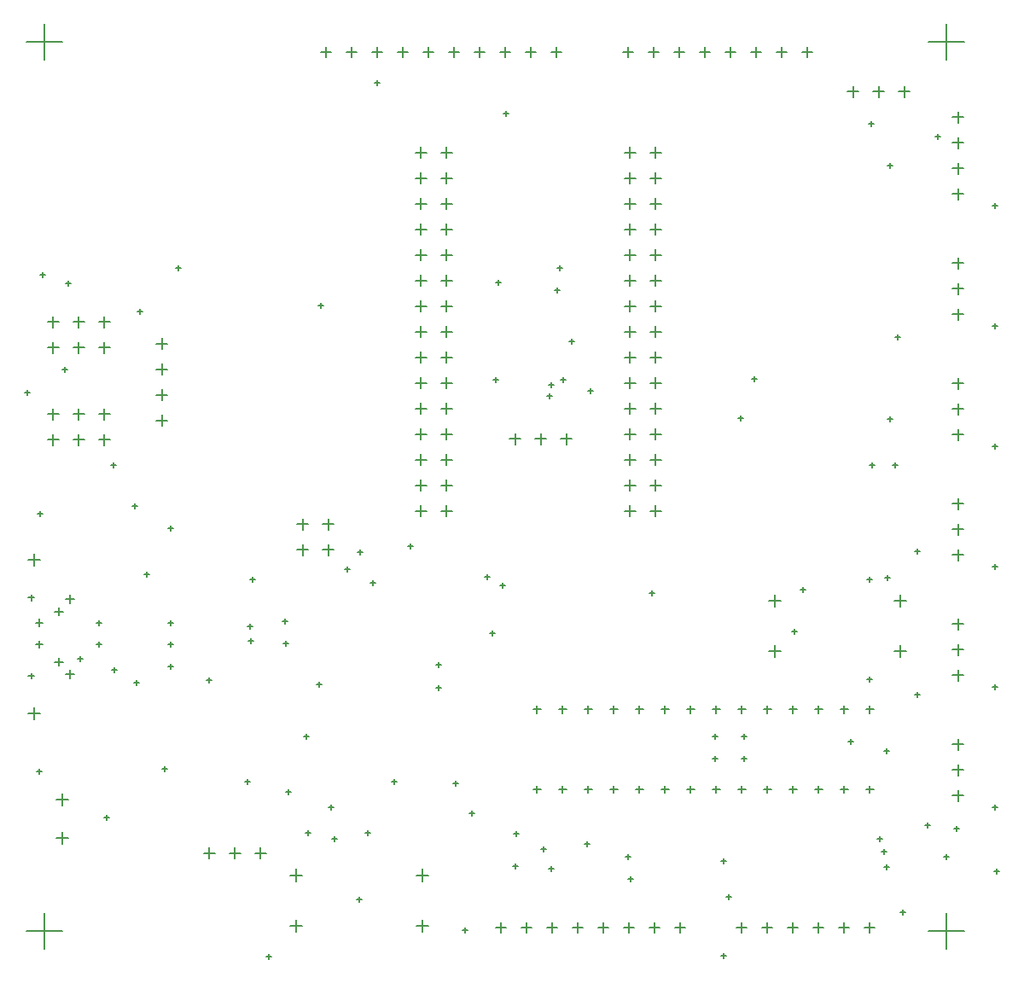
<source format=gbr>
%TF.GenerationSoftware,Altium Limited,Altium Designer,24.3.1 (35)*%
G04 Layer_Color=128*
%FSLAX45Y45*%
%MOMM*%
%TF.SameCoordinates,7E0553B6-A888-4128-BDB4-EB5F29F5F182*%
%TF.FilePolarity,Positive*%
%TF.FileFunction,Drillmap*%
%TF.Part,Single*%
G01*
G75*
%TA.AperFunction,NonConductor*%
%ADD62C,0.12700*%
D62*
X5431400Y6959600D02*
X5541400D01*
X5486400Y6904600D02*
Y7014600D01*
X5685400Y6959600D02*
X5795400D01*
X5740400Y6904600D02*
Y7014600D01*
X5431400Y6705600D02*
X5541400D01*
X5486400Y6650600D02*
Y6760600D01*
X5685400Y6705600D02*
X5795400D01*
X5740400Y6650600D02*
Y6760600D01*
X8675727Y10646512D02*
X8785727D01*
X8730727Y10591512D02*
Y10701512D01*
X8929727Y10646512D02*
X9039727D01*
X8984727Y10591512D02*
Y10701512D01*
X8675727Y10392512D02*
X8785727D01*
X8730727Y10337512D02*
Y10447512D01*
X8929727Y10392512D02*
X9039727D01*
X8984727Y10337512D02*
Y10447512D01*
X8675727Y10138512D02*
X8785727D01*
X8730727Y10083512D02*
Y10193512D01*
X8929727Y10138512D02*
X9039727D01*
X8984727Y10083512D02*
Y10193512D01*
X8675727Y9884512D02*
X8785727D01*
X8730727Y9829512D02*
Y9939512D01*
X8929727Y9884512D02*
X9039727D01*
X8984727Y9829512D02*
Y9939512D01*
X8929727Y9630512D02*
X9039727D01*
X8984727Y9575512D02*
Y9685512D01*
X8675727Y9376512D02*
X8785727D01*
X8730727Y9321512D02*
Y9431512D01*
X8929727Y9376512D02*
X9039727D01*
X8984727Y9321512D02*
Y9431512D01*
X8675727Y9122512D02*
X8785727D01*
X8730727Y9067512D02*
Y9177512D01*
X8929727Y9122512D02*
X9039727D01*
X8984727Y9067512D02*
Y9177512D01*
X8675727Y8868512D02*
X8785727D01*
X8730727Y8813512D02*
Y8923512D01*
X8929727Y8868512D02*
X9039727D01*
X8984727Y8813512D02*
Y8923512D01*
X8675727Y8614512D02*
X8785727D01*
X8730727Y8559512D02*
Y8669512D01*
X8929727Y8614512D02*
X9039727D01*
X8984727Y8559512D02*
Y8669512D01*
X8675727Y8360512D02*
X8785727D01*
X8730727Y8305512D02*
Y8415512D01*
X8929727Y8360512D02*
X9039727D01*
X8984727Y8305512D02*
Y8415512D01*
X8675727Y8106512D02*
X8785727D01*
X8730727Y8051512D02*
Y8161512D01*
X8929727Y8106512D02*
X9039727D01*
X8984727Y8051512D02*
Y8161512D01*
X8675727Y7852512D02*
X8785727D01*
X8730727Y7797512D02*
Y7907512D01*
X8929727Y7852512D02*
X9039727D01*
X8984727Y7797512D02*
Y7907512D01*
X8675727Y7598512D02*
X8785727D01*
X8730727Y7543512D02*
Y7653512D01*
X8929727Y7598512D02*
X9039727D01*
X8984727Y7543512D02*
Y7653512D01*
X8675727Y7344512D02*
X8785727D01*
X8730727Y7289512D02*
Y7399512D01*
X8929727Y7344512D02*
X9039727D01*
X8984727Y7289512D02*
Y7399512D01*
X8675727Y7090512D02*
X8785727D01*
X8730727Y7035512D02*
Y7145512D01*
X8929727Y7090512D02*
X9039727D01*
X8984727Y7035512D02*
Y7145512D01*
X8675727Y9630512D02*
X8785727D01*
X8730727Y9575512D02*
Y9685512D01*
X6601727Y10646512D02*
X6711727D01*
X6656727Y10591512D02*
Y10701512D01*
X6855727Y10646512D02*
X6965727D01*
X6910727Y10591512D02*
Y10701512D01*
X6601727Y10392512D02*
X6711727D01*
X6656727Y10337512D02*
Y10447512D01*
X6855727Y10392512D02*
X6965727D01*
X6910727Y10337512D02*
Y10447512D01*
X6601727Y10138512D02*
X6711727D01*
X6656727Y10083512D02*
Y10193512D01*
X6855727Y10138512D02*
X6965727D01*
X6910727Y10083512D02*
Y10193512D01*
X6601727Y9884512D02*
X6711727D01*
X6656727Y9829512D02*
Y9939512D01*
X6855727Y9884512D02*
X6965727D01*
X6910727Y9829512D02*
Y9939512D01*
X6855727Y9630512D02*
X6965727D01*
X6910727Y9575512D02*
Y9685512D01*
X6601727Y9376512D02*
X6711727D01*
X6656727Y9321512D02*
Y9431512D01*
X6855727Y9376512D02*
X6965727D01*
X6910727Y9321512D02*
Y9431512D01*
X6601727Y9122512D02*
X6711727D01*
X6656727Y9067512D02*
Y9177512D01*
X6855727Y9122512D02*
X6965727D01*
X6910727Y9067512D02*
Y9177512D01*
X6601727Y8868512D02*
X6711727D01*
X6656727Y8813512D02*
Y8923512D01*
X6855727Y8868512D02*
X6965727D01*
X6910727Y8813512D02*
Y8923512D01*
X6601727Y8614512D02*
X6711727D01*
X6656727Y8559512D02*
Y8669512D01*
X6855727Y8614512D02*
X6965727D01*
X6910727Y8559512D02*
Y8669512D01*
X6601727Y8360512D02*
X6711727D01*
X6656727Y8305512D02*
Y8415512D01*
X6855727Y8360512D02*
X6965727D01*
X6910727Y8305512D02*
Y8415512D01*
X6601727Y8106512D02*
X6711727D01*
X6656727Y8051512D02*
Y8161512D01*
X6855727Y8106512D02*
X6965727D01*
X6910727Y8051512D02*
Y8161512D01*
X6601727Y7852512D02*
X6711727D01*
X6656727Y7797512D02*
Y7907512D01*
X6855727Y7852512D02*
X6965727D01*
X6910727Y7797512D02*
Y7907512D01*
X6601727Y7598512D02*
X6711727D01*
X6656727Y7543512D02*
Y7653512D01*
X6855727Y7598512D02*
X6965727D01*
X6910727Y7543512D02*
Y7653512D01*
X6601727Y7344512D02*
X6711727D01*
X6656727Y7289512D02*
Y7399512D01*
X6855727Y7344512D02*
X6965727D01*
X6910727Y7289512D02*
Y7399512D01*
X6601727Y7090512D02*
X6711727D01*
X6656727Y7035512D02*
Y7145512D01*
X6855727Y7090512D02*
X6965727D01*
X6910727Y7035512D02*
Y7145512D01*
X6601727Y9630512D02*
X6711727D01*
X6656727Y9575512D02*
Y9685512D01*
X4504300Y3695700D02*
X4614300D01*
X4559300Y3640700D02*
Y3750700D01*
X4758300Y3695700D02*
X4868300D01*
X4813300Y3640700D02*
Y3750700D01*
X5012300Y3695700D02*
X5122300D01*
X5067300Y3640700D02*
Y3750700D01*
X7539600Y7805400D02*
X7649600D01*
X7594600Y7750400D02*
Y7860400D01*
X7793600Y7805400D02*
X7903600D01*
X7848600Y7750400D02*
Y7860400D01*
X8047600Y7805400D02*
X8157600D01*
X8102600Y7750400D02*
Y7860400D01*
X10892400Y11252200D02*
X11002400D01*
X10947400Y11197200D02*
Y11307200D01*
X11146400Y11252200D02*
X11256400D01*
X11201400Y11197200D02*
Y11307200D01*
X11400400Y11252200D02*
X11510400D01*
X11455400Y11197200D02*
Y11307200D01*
X10107300Y6197600D02*
X10227300D01*
X10167300Y6137600D02*
Y6257600D01*
X11357300Y6197600D02*
X11477300D01*
X11417300Y6137600D02*
Y6257600D01*
X10107300Y5697600D02*
X10227300D01*
X10167300Y5637600D02*
Y5757600D01*
X11357300Y5697600D02*
X11477300D01*
X11417300Y5637600D02*
Y5757600D01*
X11933800Y4267200D02*
X12043800D01*
X11988800Y4212200D02*
Y4322200D01*
X11933800Y4521200D02*
X12043800D01*
X11988800Y4466200D02*
Y4576200D01*
X11933800Y4775200D02*
X12043800D01*
X11988800Y4720200D02*
Y4830200D01*
X11933800Y5461000D02*
X12043800D01*
X11988800Y5406000D02*
Y5516000D01*
X11933800Y5715000D02*
X12043800D01*
X11988800Y5660000D02*
Y5770000D01*
X11933800Y5969000D02*
X12043800D01*
X11988800Y5914000D02*
Y6024000D01*
X11933800Y6654800D02*
X12043800D01*
X11988800Y6599800D02*
Y6709800D01*
X11933800Y6908800D02*
X12043800D01*
X11988800Y6853800D02*
Y6963800D01*
X11933800Y7162800D02*
X12043800D01*
X11988800Y7107800D02*
Y7217800D01*
X11933800Y7848600D02*
X12043800D01*
X11988800Y7793600D02*
Y7903600D01*
X11933800Y8102600D02*
X12043800D01*
X11988800Y8047600D02*
Y8157600D01*
X11933800Y8356600D02*
X12043800D01*
X11988800Y8301600D02*
Y8411600D01*
X11933800Y9042400D02*
X12043800D01*
X11988800Y8987400D02*
Y9097400D01*
X11933800Y9296400D02*
X12043800D01*
X11988800Y9241400D02*
Y9351400D01*
X11933800Y9550400D02*
X12043800D01*
X11988800Y9495400D02*
Y9605400D01*
X11933800Y10998200D02*
X12043800D01*
X11988800Y10943200D02*
Y11053200D01*
X11933800Y10744200D02*
X12043800D01*
X11988800Y10689200D02*
Y10799200D01*
X11933800Y10236200D02*
X12043800D01*
X11988800Y10181200D02*
Y10291200D01*
X11933800Y10490200D02*
X12043800D01*
X11988800Y10435200D02*
Y10545200D01*
X2762250Y6604000D02*
X2876550D01*
X2819400Y6546850D02*
Y6661150D01*
X3038800Y3848100D02*
X3158800D01*
X3098800Y3788100D02*
Y3908100D01*
X3038800Y4229100D02*
X3158800D01*
X3098800Y4169100D02*
Y4289100D01*
X6610200Y2975800D02*
X6730200D01*
X6670200Y2915800D02*
Y3035800D01*
X5360200Y2975800D02*
X5480200D01*
X5420200Y2915800D02*
Y3035800D01*
X6610200Y3475800D02*
X6730200D01*
X6670200Y3415800D02*
Y3535800D01*
X5360200Y3475800D02*
X5480200D01*
X5420200Y3415800D02*
Y3535800D01*
X11061500Y2959100D02*
X11163500D01*
X11112500Y2908100D02*
Y3010100D01*
X10807500Y2959100D02*
X10909500D01*
X10858500Y2908100D02*
Y3010100D01*
X10553500Y2959100D02*
X10655500D01*
X10604500Y2908100D02*
Y3010100D01*
X10045500Y2959100D02*
X10147500D01*
X10096500Y2908100D02*
Y3010100D01*
X9791500Y2959100D02*
X9893500D01*
X9842500Y2908100D02*
Y3010100D01*
X10299500Y2959100D02*
X10401500D01*
X10350500Y2908100D02*
Y3010100D01*
X8673900Y2959100D02*
X8775900D01*
X8724900Y2908100D02*
Y3010100D01*
X8419900Y2959100D02*
X8521900D01*
X8470900Y2908100D02*
Y3010100D01*
X8165900Y2959100D02*
X8267900D01*
X8216900Y2908100D02*
Y3010100D01*
X7657900Y2959100D02*
X7759900D01*
X7708900Y2908100D02*
Y3010100D01*
X7403900Y2959100D02*
X7505900D01*
X7454900Y2908100D02*
Y3010100D01*
X7911900Y2959100D02*
X8013900D01*
X7962900Y2908100D02*
Y3010100D01*
X8927900Y2959100D02*
X9029900D01*
X8978900Y2908100D02*
Y3010100D01*
X9181900Y2959100D02*
X9283900D01*
X9232900Y2908100D02*
Y3010100D01*
X2954900Y7797800D02*
X3064900D01*
X3009900Y7742800D02*
Y7852800D01*
X2954900Y8051800D02*
X3064900D01*
X3009900Y7996800D02*
Y8106800D01*
X3208900Y7797800D02*
X3318900D01*
X3263900Y7742800D02*
Y7852800D01*
X3208900Y8051800D02*
X3318900D01*
X3263900Y7996800D02*
Y8106800D01*
X3462900Y7797800D02*
X3572900D01*
X3517900Y7742800D02*
Y7852800D01*
X3462900Y8051800D02*
X3572900D01*
X3517900Y7996800D02*
Y8106800D01*
X2954900Y8712200D02*
X3064900D01*
X3009900Y8657200D02*
Y8767200D01*
X2954900Y8966200D02*
X3064900D01*
X3009900Y8911200D02*
Y9021200D01*
X3208900Y8712200D02*
X3318900D01*
X3263900Y8657200D02*
Y8767200D01*
X3208900Y8966200D02*
X3318900D01*
X3263900Y8911200D02*
Y9021200D01*
X3462900Y8712200D02*
X3572900D01*
X3517900Y8657200D02*
Y8767200D01*
X3462900Y8966200D02*
X3572900D01*
X3517900Y8911200D02*
Y9021200D01*
X9169000Y11645900D02*
X9271000D01*
X9220000Y11594900D02*
Y11696900D01*
X9423000Y11645900D02*
X9525000D01*
X9474000Y11594900D02*
Y11696900D01*
X9677000Y11645900D02*
X9779000D01*
X9728000Y11594900D02*
Y11696900D01*
X10185000Y11645900D02*
X10287000D01*
X10236000Y11594900D02*
Y11696900D01*
X10439000Y11645900D02*
X10541000D01*
X10490000Y11594900D02*
Y11696900D01*
X9931000Y11645900D02*
X10033000D01*
X9982000Y11594900D02*
Y11696900D01*
X8915000Y11645900D02*
X9017000D01*
X8966000Y11594900D02*
Y11696900D01*
X8661000Y11645900D02*
X8763000D01*
X8712000Y11594900D02*
Y11696900D01*
X11696700Y11747500D02*
X12052300D01*
X11874500Y11569700D02*
Y11925300D01*
X2743200Y11747500D02*
X3098800D01*
X2921000Y11569700D02*
Y11925300D01*
X7950000Y11645900D02*
X8052000D01*
X8001000Y11594900D02*
Y11696900D01*
X7696000Y11645900D02*
X7798000D01*
X7747000Y11594900D02*
Y11696900D01*
X7442000Y11645900D02*
X7544000D01*
X7493000Y11594900D02*
Y11696900D01*
X6934000Y11645900D02*
X7036000D01*
X6985000Y11594900D02*
Y11696900D01*
X6680000Y11645900D02*
X6782000D01*
X6731000Y11594900D02*
Y11696900D01*
X6426000Y11645900D02*
X6528000D01*
X6477000Y11594900D02*
Y11696900D01*
X5918000Y11645900D02*
X6020000D01*
X5969000Y11594900D02*
Y11696900D01*
X5664000Y11645900D02*
X5766000D01*
X5715000Y11594900D02*
Y11696900D01*
X6172000Y11645900D02*
X6274000D01*
X6223000Y11594900D02*
Y11696900D01*
X7188000Y11645900D02*
X7290000D01*
X7239000Y11594900D02*
Y11696900D01*
X11075850Y5121300D02*
X11149150D01*
X11112500Y5084650D02*
Y5157950D01*
X10821850Y5121300D02*
X10895150D01*
X10858500Y5084650D02*
Y5157950D01*
X10567850Y5121300D02*
X10641150D01*
X10604500Y5084650D02*
Y5157950D01*
X10313850Y5121300D02*
X10387150D01*
X10350500Y5084650D02*
Y5157950D01*
X10059850Y5121300D02*
X10133150D01*
X10096500Y5084650D02*
Y5157950D01*
X9805850Y5121300D02*
X9879150D01*
X9842500Y5084650D02*
Y5157950D01*
X9551850Y5121300D02*
X9625150D01*
X9588500Y5084650D02*
Y5157950D01*
X9297850Y5121300D02*
X9371150D01*
X9334500Y5084650D02*
Y5157950D01*
X9043850Y5121300D02*
X9117150D01*
X9080500Y5084650D02*
Y5157950D01*
X8789850Y5121300D02*
X8863150D01*
X8826500Y5084650D02*
Y5157950D01*
X8535850Y5121300D02*
X8609150D01*
X8572500Y5084650D02*
Y5157950D01*
X8281850Y5121300D02*
X8355150D01*
X8318500Y5084650D02*
Y5157950D01*
X8027850Y5121300D02*
X8101150D01*
X8064500Y5084650D02*
Y5157950D01*
X7773850Y5121300D02*
X7847150D01*
X7810500Y5084650D02*
Y5157950D01*
X7773850Y4327500D02*
X7847150D01*
X7810500Y4290850D02*
Y4364150D01*
X8027850Y4327500D02*
X8101150D01*
X8064500Y4290850D02*
Y4364150D01*
X8281850Y4327500D02*
X8355150D01*
X8318500Y4290850D02*
Y4364150D01*
X8535850Y4327500D02*
X8609150D01*
X8572500Y4290850D02*
Y4364150D01*
X8789850Y4327500D02*
X8863150D01*
X8826500Y4290850D02*
Y4364150D01*
X9043850Y4327500D02*
X9117150D01*
X9080500Y4290850D02*
Y4364150D01*
X9297850Y4327500D02*
X9371150D01*
X9334500Y4290850D02*
Y4364150D01*
X9551850Y4327500D02*
X9625150D01*
X9588500Y4290850D02*
Y4364150D01*
X9805850Y4327500D02*
X9879150D01*
X9842500Y4290850D02*
Y4364150D01*
X10059850Y4327500D02*
X10133150D01*
X10096500Y4290850D02*
Y4364150D01*
X10313850Y4327500D02*
X10387150D01*
X10350500Y4290850D02*
Y4364150D01*
X10567850Y4327500D02*
X10641150D01*
X10604500Y4290850D02*
Y4364150D01*
X10821850Y4327500D02*
X10895150D01*
X10858500Y4290850D02*
Y4364150D01*
X11075850Y4327500D02*
X11149150D01*
X11112500Y4290850D02*
Y4364150D01*
X11696700Y2921000D02*
X12052300D01*
X11874500Y2743200D02*
Y3098800D01*
X3130400Y6214500D02*
X3215400D01*
X3172900Y6172000D02*
Y6257000D01*
X3130400Y5469500D02*
X3215400D01*
X3172900Y5427000D02*
Y5512000D01*
X2765400Y6229500D02*
X2820400D01*
X2792900Y6202000D02*
Y6257000D01*
X2765400Y5454500D02*
X2820400D01*
X2792900Y5427000D02*
Y5482000D01*
X3027900Y6092000D02*
X3107900D01*
X3067900Y6052000D02*
Y6132000D01*
X3027900Y5592000D02*
X3107900D01*
X3067900Y5552000D02*
Y5632000D01*
X4034400Y7988300D02*
X4144400D01*
X4089400Y7933300D02*
Y8043300D01*
X4034400Y8242300D02*
X4144400D01*
X4089400Y8187300D02*
Y8297300D01*
X4034400Y8750300D02*
X4144400D01*
X4089400Y8695300D02*
Y8805300D01*
X4034400Y8496300D02*
X4144400D01*
X4089400Y8441300D02*
Y8551300D01*
X2762250Y5080000D02*
X2876550D01*
X2819400Y5022850D02*
Y5137150D01*
X2743200Y2921000D02*
X3098800D01*
X2921000Y2743200D02*
Y3098800D01*
X5125720Y2669540D02*
X5176520D01*
X5151120Y2644140D02*
Y2694940D01*
X3810000Y5384800D02*
X3860800D01*
X3835400Y5359400D02*
Y5410200D01*
X4152900Y5981700D02*
X4203700D01*
X4178300Y5956300D02*
Y6007100D01*
X4152900Y5765800D02*
X4203700D01*
X4178300Y5740400D02*
Y5791200D01*
X4152900Y5549900D02*
X4203700D01*
X4178300Y5524500D02*
Y5575300D01*
X8013700Y9499600D02*
X8064500D01*
X8039100Y9474200D02*
Y9525000D01*
X8318500Y8280400D02*
X8369300D01*
X8343900Y8255000D02*
Y8305800D01*
X3136900Y9347200D02*
X3187700D01*
X3162300Y9321800D02*
Y9372600D01*
X11849100Y3657600D02*
X11899900D01*
X11874500Y3632200D02*
Y3683000D01*
X12344400Y3517900D02*
X12395200D01*
X12369800Y3492500D02*
Y3543300D01*
X5778500Y3835400D02*
X5829300D01*
X5803900Y3810000D02*
Y3860800D01*
X9639300Y3619500D02*
X9690100D01*
X9664700Y3594100D02*
Y3644900D01*
X8686800Y3657600D02*
X8737600D01*
X8712200Y3632200D02*
Y3683000D01*
X6371400Y4406900D02*
X6422200D01*
X6396800Y4381500D02*
Y4432300D01*
X11950700Y3937000D02*
X12001500D01*
X11976100Y3911600D02*
Y3962400D01*
X11226800Y3708400D02*
X11277600D01*
X11252200Y3683000D02*
Y3733800D01*
X8712200Y3441700D02*
X8763000D01*
X8737600Y3416300D02*
Y3467100D01*
X5626100Y5372100D02*
X5676900D01*
X5651500Y5346700D02*
Y5397500D01*
X5282560Y5993760D02*
X5333360D01*
X5307960Y5968360D02*
Y6019160D01*
X9944100Y8401150D02*
X9994900D01*
X9969500Y8375750D02*
Y8426550D01*
X9804400Y8013700D02*
X9855200D01*
X9829800Y7988300D02*
Y8039100D01*
X3098100Y8497000D02*
X3148900D01*
X3123500Y8471600D02*
Y8522400D01*
X3594100Y5511800D02*
X3644900D01*
X3619500Y5486400D02*
Y5537200D01*
X3911600Y6464300D02*
X3962400D01*
X3937000Y6438900D02*
Y6489700D01*
X3797300Y7137400D02*
X3848100D01*
X3822700Y7112000D02*
Y7162800D01*
X3848100Y9067800D02*
X3898900D01*
X3873500Y9042400D02*
Y9093200D01*
X5638800Y9131300D02*
X5689600D01*
X5664200Y9105900D02*
Y9156700D01*
X4965700Y6413500D02*
X5016500D01*
X4991100Y6388100D02*
Y6438900D01*
X5321300Y4305300D02*
X5372100D01*
X5346700Y4279900D02*
Y4330700D01*
X5740400Y4152900D02*
X5791200D01*
X5765800Y4127500D02*
Y4178300D01*
X7289800Y6438900D02*
X7340600D01*
X7315200Y6413500D02*
Y6464300D01*
X7442200Y6350000D02*
X7493000D01*
X7467600Y6324600D02*
Y6375400D01*
X7378700Y8394700D02*
X7429500D01*
X7404100Y8369300D02*
Y8420100D01*
X11112500Y7543800D02*
X11163300D01*
X11137900Y7518400D02*
Y7569200D01*
X11341100Y7543800D02*
X11391900D01*
X11366500Y7518400D02*
Y7569200D01*
X8048532Y8391432D02*
X8099332D01*
X8073932Y8366032D02*
Y8416832D01*
X7924800Y8343900D02*
X7975600D01*
X7950200Y8318500D02*
Y8369300D01*
X7912100Y8229600D02*
X7962900D01*
X7937500Y8204200D02*
Y8255000D01*
X7569200Y3568700D02*
X7620000D01*
X7594600Y3543300D02*
Y3594100D01*
X8928100Y6273800D02*
X8978900D01*
X8953500Y6248400D02*
Y6299200D01*
X11252200Y4711700D02*
X11303000D01*
X11277600Y4686300D02*
Y4737100D01*
X11658600Y3975100D02*
X11709400D01*
X11684000Y3949700D02*
Y4000500D01*
X11188700Y3835400D02*
X11239500D01*
X11214100Y3810000D02*
Y3860800D01*
X11557000Y5270500D02*
X11607800D01*
X11582400Y5245100D02*
Y5295900D01*
X11557000Y6692900D02*
X11607800D01*
X11582400Y6667500D02*
Y6718300D01*
X11264900Y6426200D02*
X11315700D01*
X11290300Y6400800D02*
Y6451600D01*
X11087100Y6413500D02*
X11137900D01*
X11112500Y6388100D02*
Y6438900D01*
X11290300Y10515600D02*
X11341100D01*
X11315700Y10490200D02*
Y10541000D01*
X11099800Y10934700D02*
X11150600D01*
X11125200Y10909300D02*
Y10960100D01*
X11760200Y10807700D02*
X11811000D01*
X11785600Y10782300D02*
Y10833100D01*
X7480300Y11036300D02*
X7531100D01*
X7505700Y11010900D02*
Y11061700D01*
X6527800Y6743700D02*
X6578600D01*
X6553200Y6718300D02*
Y6769100D01*
X11366500Y8813800D02*
X11417300D01*
X11391900Y8788400D02*
Y8839200D01*
X11290300Y8001000D02*
X11341100D01*
X11315700Y7975600D02*
Y8026400D01*
X11087100Y5422900D02*
X11137900D01*
X11112500Y5397500D02*
Y5448300D01*
X10896600Y4800600D02*
X10947400D01*
X10922000Y4775200D02*
Y4826000D01*
X10426700Y6311900D02*
X10477500D01*
X10452100Y6286500D02*
Y6337300D01*
X10337800Y5892800D02*
X10388600D01*
X10363200Y5867400D02*
Y5918200D01*
X9550400Y4851400D02*
X9601200D01*
X9575800Y4826000D02*
Y4876800D01*
X9842500Y4851400D02*
X9893300D01*
X9867900Y4826000D02*
Y4876800D01*
X9550400Y4635500D02*
X9601200D01*
X9575800Y4610100D02*
Y4660900D01*
X9837124Y4635500D02*
X9887924D01*
X9862524Y4610100D02*
Y4660900D01*
X11252200Y3556000D02*
X11303000D01*
X11277600Y3530600D02*
Y3581400D01*
X8280400Y3784600D02*
X8331200D01*
X8305800Y3759200D02*
Y3810000D01*
X7924800Y3543300D02*
X7975600D01*
X7950200Y3517900D02*
Y3568700D01*
X7848600Y3733800D02*
X7899400D01*
X7874000Y3708400D02*
Y3759200D01*
X6807200Y5334000D02*
X6858000D01*
X6832600Y5308600D02*
Y5359400D01*
X6807200Y5562600D02*
X6858000D01*
X6832600Y5537200D02*
Y5588000D01*
X7404100Y9359900D02*
X7454900D01*
X7429500Y9334500D02*
Y9385300D01*
X7988300Y9283700D02*
X8039100D01*
X8013700Y9258300D02*
Y9309100D01*
X8128000Y8775700D02*
X8178800D01*
X8153400Y8750300D02*
Y8801100D01*
X7340600Y5880100D02*
X7391400D01*
X7366000Y5854700D02*
Y5905500D01*
X6197600Y11341100D02*
X6248400D01*
X6223000Y11315700D02*
Y11366500D01*
X9690100Y3263900D02*
X9740900D01*
X9715500Y3238500D02*
Y3289300D01*
X4229100Y9499600D02*
X4279900D01*
X4254500Y9474200D02*
Y9525000D01*
X6975568Y4384768D02*
X7026368D01*
X7000968Y4359368D02*
Y4410168D01*
X5295900Y5778500D02*
X5346700D01*
X5321300Y5753100D02*
Y5803900D01*
X7137400Y4089400D02*
X7188200D01*
X7162800Y4064000D02*
Y4114800D01*
X7581900Y3886200D02*
X7632700D01*
X7607300Y3860800D02*
Y3911600D01*
X12329521Y4152900D02*
X12380321D01*
X12354921Y4127500D02*
Y4178300D01*
X12329521Y5346700D02*
X12380321D01*
X12354921Y5321300D02*
Y5372100D01*
X12329521Y6540500D02*
X12380321D01*
X12354921Y6515100D02*
Y6565900D01*
X12329521Y7734300D02*
X12380321D01*
X12354921Y7708900D02*
Y7759700D01*
X12329521Y8928100D02*
X12380321D01*
X12354921Y8902700D02*
Y8953500D01*
X12329521Y10121900D02*
X12380321D01*
X12354921Y10096500D02*
Y10147300D01*
X11417300Y3111500D02*
X11468100D01*
X11442700Y3086100D02*
Y3136900D01*
X4149818Y6918418D02*
X4200618D01*
X4175218Y6893018D02*
Y6943818D01*
X4533900Y5410200D02*
X4584700D01*
X4559300Y5384800D02*
Y5435600D01*
X4942840Y5801360D02*
X4993640D01*
X4968240Y5775960D02*
Y5826760D01*
X5499100Y4851400D02*
X5549900D01*
X5524500Y4826000D02*
Y4876800D01*
X6108700Y3898900D02*
X6159500D01*
X6134100Y3873500D02*
Y3924300D01*
X5511800Y3898900D02*
X5562600D01*
X5537200Y3873500D02*
Y3924300D01*
X6019800Y3238500D02*
X6070600D01*
X6045200Y3213100D02*
Y3263900D01*
X2844800Y4508500D02*
X2895600D01*
X2870200Y4483100D02*
Y4533900D01*
X2857500Y7061200D02*
X2908300D01*
X2882900Y7035800D02*
Y7086600D01*
X2730500Y8267700D02*
X2781300D01*
X2755900Y8242300D02*
Y8293100D01*
X2882900Y9436100D02*
X2933700D01*
X2908300Y9410700D02*
Y9461500D01*
X9639300Y2679700D02*
X9690100D01*
X9664700Y2654300D02*
Y2705100D01*
X7073900Y2933700D02*
X7124700D01*
X7099300Y2908300D02*
Y2959100D01*
X3517900Y4051300D02*
X3568700D01*
X3543300Y4025900D02*
Y4076700D01*
X4089400Y4533900D02*
X4140200D01*
X4114800Y4508500D02*
Y4559300D01*
X4914900Y4406900D02*
X4965700D01*
X4940300Y4381500D02*
Y4432300D01*
X3581400Y7543800D02*
X3632200D01*
X3606800Y7518400D02*
Y7569200D01*
X6032500Y6680200D02*
X6083300D01*
X6057900Y6654800D02*
Y6705600D01*
X5902580Y6515100D02*
X5953380D01*
X5927980Y6489700D02*
Y6540500D01*
X6159500Y6375400D02*
X6210300D01*
X6184900Y6350000D02*
Y6400800D01*
X3251200Y5626100D02*
X3302000D01*
X3276600Y5600700D02*
Y5651500D01*
X4940300Y5943600D02*
X4991100D01*
X4965700Y5918200D02*
Y5969000D01*
X3441700Y5981700D02*
X3492500D01*
X3467100Y5956300D02*
Y6007100D01*
X3441700Y5765800D02*
X3492500D01*
X3467100Y5740400D02*
Y5791200D01*
X2834640Y5765800D02*
X2905760D01*
X2870200Y5730240D02*
Y5801360D01*
X2834640Y5981700D02*
X2905760D01*
X2870200Y5946140D02*
Y6017260D01*
%TF.MD5,c647b7acce1ba0e0a33587cf29ba0da5*%
M02*

</source>
